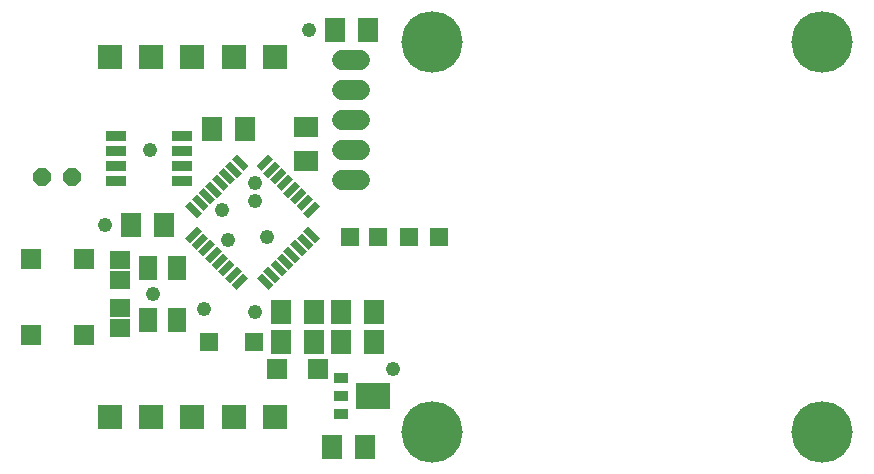
<source format=gbr>
G04 EAGLE Gerber RS-274X export*
G75*
%MOMM*%
%FSLAX34Y34*%
%LPD*%
%INSoldermask Top*%
%IPPOS*%
%AMOC8*
5,1,8,0,0,1.08239X$1,22.5*%
G01*
%ADD10C,5.203200*%
%ADD11R,1.603200X1.603200*%
%ADD12R,1.303200X0.903200*%
%ADD13R,3.003200X2.203200*%
%ADD14R,1.300000X0.900000*%
%ADD15R,1.403200X0.603200*%
%ADD16R,2.003200X1.803200*%
%ADD17C,1.727200*%
%ADD18R,1.727200X0.914400*%
%ADD19R,1.603200X2.103200*%
%ADD20R,1.703200X1.503200*%
%ADD21R,1.803200X2.003200*%
%ADD22R,1.803200X1.803200*%
%ADD23P,1.649562X8X202.500000*%
%ADD24R,1.511200X1.511200*%
%ADD25C,3.403200*%
%ADD26R,1.803200X2.006200*%
%ADD27R,1.711200X1.711200*%
%ADD28R,2.153200X2.153200*%
%ADD29C,1.209600*%


D10*
X368300Y368300D03*
X698500Y368300D03*
X368300Y38100D03*
X698500Y38100D03*
D11*
X217120Y114300D03*
X179120Y114300D03*
D12*
X291110Y53580D03*
X291110Y83580D03*
D13*
X317610Y68580D03*
D14*
X291110Y68580D03*
D15*
G36*
X191151Y242041D02*
X181230Y251962D01*
X185495Y256227D01*
X195416Y246306D01*
X191151Y242041D01*
G37*
G36*
X196808Y247698D02*
X186887Y257619D01*
X191152Y261884D01*
X201073Y251963D01*
X196808Y247698D01*
G37*
G36*
X202465Y253355D02*
X192544Y263276D01*
X196809Y267541D01*
X206730Y257620D01*
X202465Y253355D01*
G37*
G36*
X208121Y259012D02*
X198200Y268933D01*
X202465Y273198D01*
X212386Y263277D01*
X208121Y259012D01*
G37*
G36*
X185494Y236384D02*
X175573Y246305D01*
X179838Y250570D01*
X189759Y240649D01*
X185494Y236384D01*
G37*
G36*
X179837Y230727D02*
X169916Y240648D01*
X174181Y244913D01*
X184102Y234992D01*
X179837Y230727D01*
G37*
G36*
X174180Y225070D02*
X164259Y234991D01*
X168524Y239256D01*
X178445Y229335D01*
X174180Y225070D01*
G37*
G36*
X168523Y219414D02*
X158602Y229335D01*
X162867Y233600D01*
X172788Y223679D01*
X168523Y219414D01*
G37*
G36*
X251962Y181230D02*
X242041Y191151D01*
X246306Y195416D01*
X256227Y185495D01*
X251962Y181230D01*
G37*
G36*
X257619Y186887D02*
X247698Y196808D01*
X251963Y201073D01*
X261884Y191152D01*
X257619Y186887D01*
G37*
G36*
X263276Y192544D02*
X253355Y202465D01*
X257620Y206730D01*
X267541Y196809D01*
X263276Y192544D01*
G37*
G36*
X268933Y198200D02*
X259012Y208121D01*
X263277Y212386D01*
X273198Y202465D01*
X268933Y198200D01*
G37*
G36*
X246305Y175573D02*
X236384Y185494D01*
X240649Y189759D01*
X250570Y179838D01*
X246305Y175573D01*
G37*
G36*
X240648Y169916D02*
X230727Y179837D01*
X234992Y184102D01*
X244913Y174181D01*
X240648Y169916D01*
G37*
G36*
X234991Y164259D02*
X225070Y174180D01*
X229335Y178445D01*
X239256Y168524D01*
X234991Y164259D01*
G37*
G36*
X229335Y158602D02*
X219414Y168523D01*
X223679Y172788D01*
X233600Y162867D01*
X229335Y158602D01*
G37*
G36*
X250570Y251962D02*
X240649Y242041D01*
X236384Y246306D01*
X246305Y256227D01*
X250570Y251962D01*
G37*
G36*
X244913Y257619D02*
X234992Y247698D01*
X230727Y251963D01*
X240648Y261884D01*
X244913Y257619D01*
G37*
G36*
X239256Y263276D02*
X229335Y253355D01*
X225070Y257620D01*
X234991Y267541D01*
X239256Y263276D01*
G37*
G36*
X233600Y268933D02*
X223679Y259012D01*
X219414Y263277D01*
X229335Y273198D01*
X233600Y268933D01*
G37*
G36*
X256227Y246305D02*
X246306Y236384D01*
X242041Y240649D01*
X251962Y250570D01*
X256227Y246305D01*
G37*
G36*
X261884Y240648D02*
X251963Y230727D01*
X247698Y234992D01*
X257619Y244913D01*
X261884Y240648D01*
G37*
G36*
X267541Y234991D02*
X257620Y225070D01*
X253355Y229335D01*
X263276Y239256D01*
X267541Y234991D01*
G37*
G36*
X273198Y229335D02*
X263277Y219414D01*
X259012Y223679D01*
X268933Y233600D01*
X273198Y229335D01*
G37*
G36*
X189759Y191151D02*
X179838Y181230D01*
X175573Y185495D01*
X185494Y195416D01*
X189759Y191151D01*
G37*
G36*
X184102Y196808D02*
X174181Y186887D01*
X169916Y191152D01*
X179837Y201073D01*
X184102Y196808D01*
G37*
G36*
X178445Y202465D02*
X168524Y192544D01*
X164259Y196809D01*
X174180Y206730D01*
X178445Y202465D01*
G37*
G36*
X172788Y208121D02*
X162867Y198200D01*
X158602Y202465D01*
X168523Y212386D01*
X172788Y208121D01*
G37*
G36*
X195416Y185494D02*
X185495Y175573D01*
X181230Y179838D01*
X191151Y189759D01*
X195416Y185494D01*
G37*
G36*
X201073Y179837D02*
X191152Y169916D01*
X186887Y174181D01*
X196808Y184102D01*
X201073Y179837D01*
G37*
G36*
X206730Y174180D02*
X196809Y164259D01*
X192544Y168524D01*
X202465Y178445D01*
X206730Y174180D01*
G37*
G36*
X212386Y168523D02*
X202465Y158602D01*
X198200Y162867D01*
X208121Y172788D01*
X212386Y168523D01*
G37*
D16*
X261620Y295940D03*
X261620Y267940D03*
D17*
X292100Y251460D02*
X307340Y251460D01*
X307340Y276860D02*
X292100Y276860D01*
X292100Y302260D02*
X307340Y302260D01*
X307340Y327660D02*
X292100Y327660D01*
X292100Y353060D02*
X307340Y353060D01*
D18*
X156210Y250190D03*
X156210Y262890D03*
X156210Y275590D03*
X156210Y288290D03*
X100330Y288290D03*
X100330Y275590D03*
X100330Y262890D03*
X100330Y250190D03*
D19*
X151700Y132940D03*
X151700Y176940D03*
X127700Y176940D03*
X127700Y132940D03*
D20*
X104140Y183760D03*
X104140Y166760D03*
X104140Y126120D03*
X104140Y143120D03*
D21*
X313720Y378460D03*
X285720Y378460D03*
D22*
X237000Y91440D03*
X271000Y91440D03*
D23*
X63500Y254000D03*
X38100Y254000D03*
D21*
X268000Y139700D03*
X240000Y139700D03*
D24*
X373400Y203200D03*
X348400Y203200D03*
X322400Y203200D03*
X298400Y203200D03*
D25*
X698400Y368200D03*
X698400Y38200D03*
X368400Y38200D03*
X368400Y368200D03*
D21*
X311180Y25400D03*
X283180Y25400D03*
D26*
X319020Y139700D03*
X290580Y139700D03*
X319020Y114300D03*
X290580Y114300D03*
D21*
X268000Y114300D03*
X240000Y114300D03*
D27*
X28300Y184900D03*
X73300Y184900D03*
X73300Y119900D03*
X28300Y119900D03*
D21*
X209580Y294640D03*
X181580Y294640D03*
D26*
X112780Y213360D03*
X141220Y213360D03*
D28*
X95100Y355600D03*
X130100Y355600D03*
X165100Y355600D03*
X200100Y355600D03*
X235100Y355600D03*
X235100Y50800D03*
X200100Y50800D03*
X165100Y50800D03*
X130100Y50800D03*
X95100Y50800D03*
D29*
X190500Y226060D03*
X132080Y154940D03*
X228600Y203200D03*
X218440Y139700D03*
X264160Y378460D03*
X335280Y91440D03*
X129540Y276860D03*
X218440Y248920D03*
X195580Y200660D03*
X218440Y233680D03*
X175260Y142240D03*
X91440Y213360D03*
M02*

</source>
